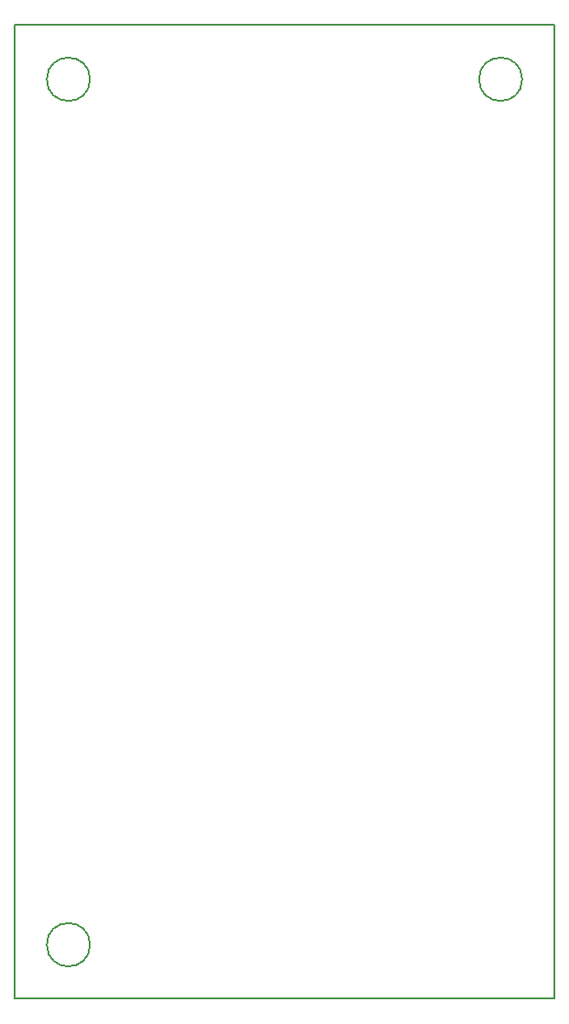
<source format=gbr>
G04 #@! TF.GenerationSoftware,KiCad,Pcbnew,(5.0.0)*
G04 #@! TF.CreationDate,2020-08-07T11:04:04-05:00*
G04 #@! TF.ProjectId,Church Controller,43687572636820436F6E74726F6C6C65,rev?*
G04 #@! TF.SameCoordinates,Original*
G04 #@! TF.FileFunction,Profile,NP*
%FSLAX46Y46*%
G04 Gerber Fmt 4.6, Leading zero omitted, Abs format (unit mm)*
G04 Created by KiCad (PCBNEW (5.0.0)) date 08/07/20 11:04:04*
%MOMM*%
%LPD*%
G01*
G04 APERTURE LIST*
%ADD10C,0.150000*%
G04 APERTURE END LIST*
D10*
X112000000Y-135000000D02*
G75*
G03X112000000Y-135000000I-2000000J0D01*
G01*
X152000000Y-55000000D02*
G75*
G03X152000000Y-55000000I-2000000J0D01*
G01*
X112000000Y-55000000D02*
G75*
G03X112000000Y-55000000I-2000000J0D01*
G01*
X105000000Y-140000000D02*
X105000000Y-50000000D01*
X155000000Y-140000000D02*
X105000000Y-140000000D01*
X155000000Y-50000000D02*
X155000000Y-140000000D01*
X105000000Y-50000000D02*
X155000000Y-50000000D01*
M02*

</source>
